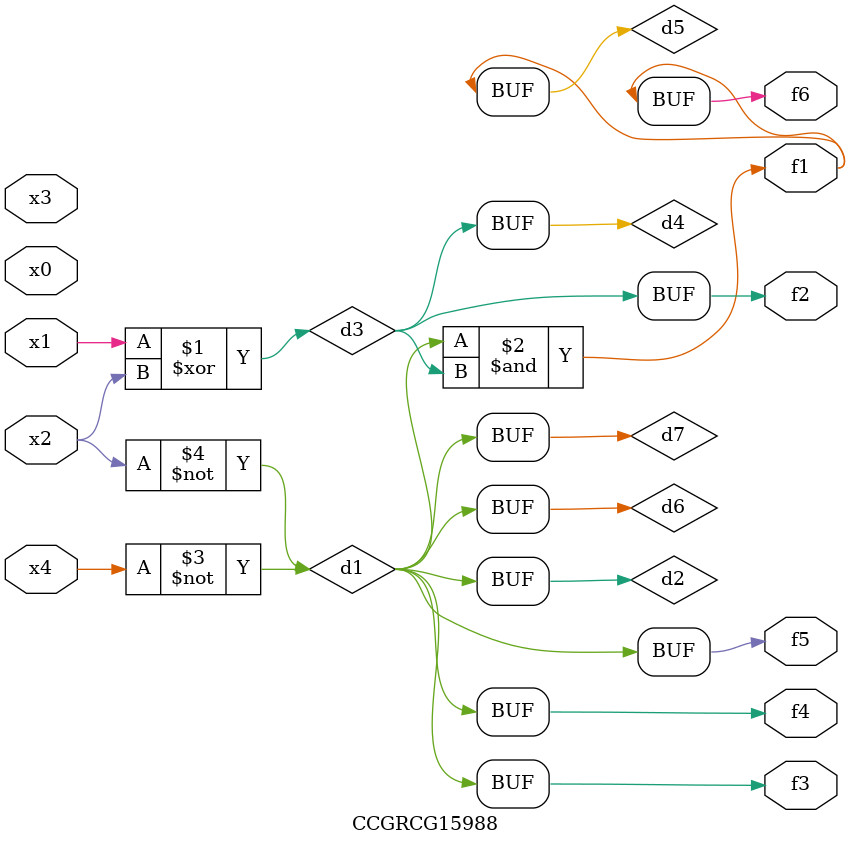
<source format=v>
module CCGRCG15988(
	input x0, x1, x2, x3, x4,
	output f1, f2, f3, f4, f5, f6
);

	wire d1, d2, d3, d4, d5, d6, d7;

	not (d1, x4);
	not (d2, x2);
	xor (d3, x1, x2);
	buf (d4, d3);
	and (d5, d1, d3);
	buf (d6, d1, d2);
	buf (d7, d2);
	assign f1 = d5;
	assign f2 = d4;
	assign f3 = d7;
	assign f4 = d7;
	assign f5 = d7;
	assign f6 = d5;
endmodule

</source>
